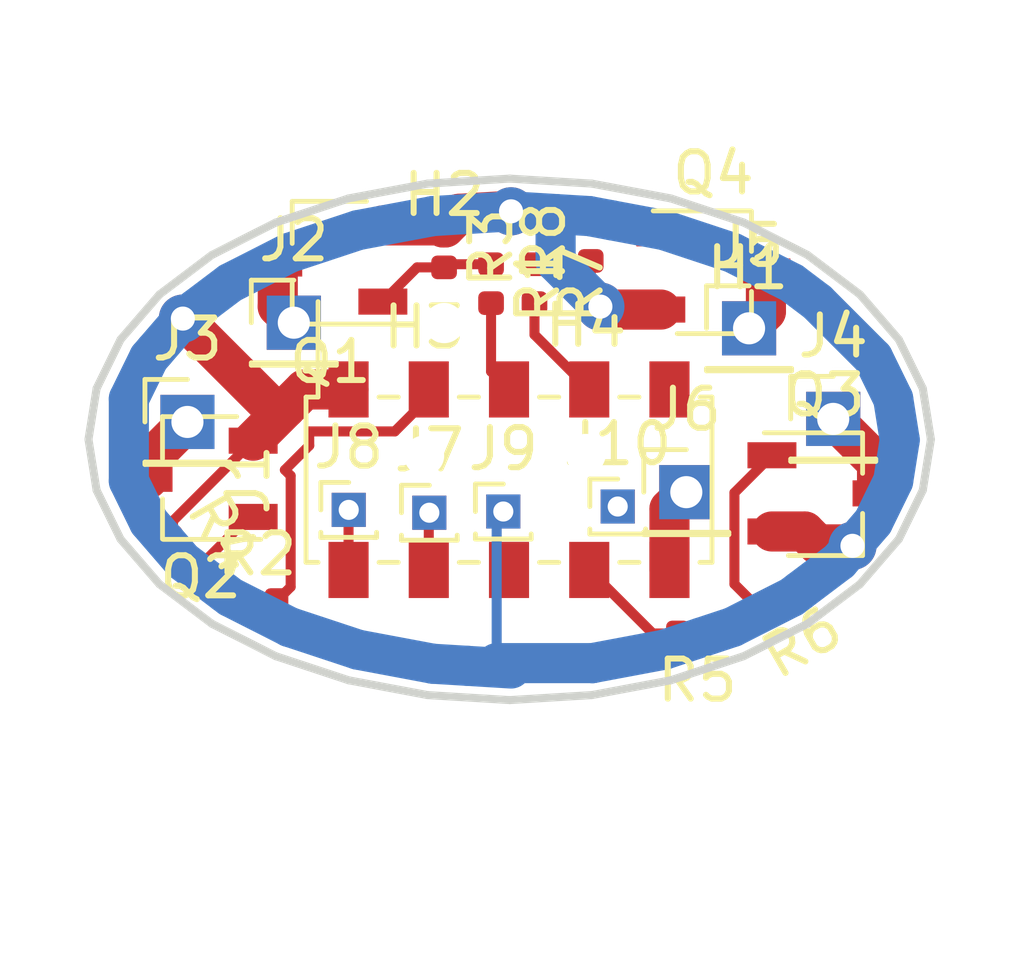
<source format=kicad_pcb>
(kicad_pcb (version 20171130) (host pcbnew 5.1.9-73d0e3b20d~88~ubuntu18.04.1)

  (general
    (thickness 1.6)
    (drawings 32)
    (tracks 123)
    (zones 0)
    (modules 26)
    (nets 19)
  )

  (page A4)
  (layers
    (0 F.Cu signal)
    (31 B.Cu signal)
    (32 B.Adhes user)
    (33 F.Adhes user)
    (34 B.Paste user)
    (35 F.Paste user)
    (36 B.SilkS user)
    (37 F.SilkS user)
    (38 B.Mask user)
    (39 F.Mask user)
    (40 Dwgs.User user)
    (41 Cmts.User user)
    (42 Eco1.User user)
    (43 Eco2.User user)
    (44 Edge.Cuts user)
    (45 Margin user)
    (46 B.CrtYd user)
    (47 F.CrtYd user)
    (48 B.Fab user)
    (49 F.Fab user)
  )

  (setup
    (last_trace_width 0.25)
    (user_trace_width 0.4)
    (user_trace_width 0.8)
    (user_trace_width 1)
    (user_trace_width 2)
    (trace_clearance 0.2)
    (zone_clearance 0.508)
    (zone_45_only no)
    (trace_min 0.2)
    (via_size 0.8)
    (via_drill 0.4)
    (via_min_size 0.4)
    (via_min_drill 0.3)
    (user_via 1 0.5)
    (user_via 1.2 0.6)
    (user_via 1.5 0.75)
    (uvia_size 0.3)
    (uvia_drill 0.1)
    (uvias_allowed no)
    (uvia_min_size 0.2)
    (uvia_min_drill 0.1)
    (edge_width 0.05)
    (segment_width 0.2)
    (pcb_text_width 0.3)
    (pcb_text_size 1.5 1.5)
    (mod_edge_width 0.12)
    (mod_text_size 1 1)
    (mod_text_width 0.15)
    (pad_size 1 1)
    (pad_drill 1)
    (pad_to_mask_clearance 0.05)
    (aux_axis_origin 0 0)
    (visible_elements FFFFFF7F)
    (pcbplotparams
      (layerselection 0x010fc_ffffffff)
      (usegerberextensions false)
      (usegerberattributes true)
      (usegerberadvancedattributes true)
      (creategerberjobfile true)
      (excludeedgelayer true)
      (linewidth 0.100000)
      (plotframeref false)
      (viasonmask false)
      (mode 1)
      (useauxorigin false)
      (hpglpennumber 1)
      (hpglpenspeed 20)
      (hpglpendiameter 15.000000)
      (psnegative false)
      (psa4output false)
      (plotreference true)
      (plotvalue true)
      (plotinvisibletext false)
      (padsonsilk false)
      (subtractmaskfromsilk false)
      (outputformat 1)
      (mirror false)
      (drillshape 1)
      (scaleselection 1)
      (outputdirectory ""))
  )

  (net 0 "")
  (net 1 GND)
  (net 2 "Net-(Q1-Pad1)")
  (net 3 "Net-(Q2-Pad1)")
  (net 4 "Net-(Q3-Pad1)")
  (net 5 "Net-(Q4-Pad1)")
  (net 6 /SDA)
  (net 7 /SCL)
  (net 8 +3V3)
  (net 9 "Net-(J1-Pad8)")
  (net 10 "Net-(J1-Pad7)")
  (net 11 "Net-(J1-Pad6)")
  (net 12 "Net-(J1-Pad5)")
  (net 13 /+12V)
  (net 14 "Net-(J1-Pad3)")
  (net 15 "Net-(J2-Pad1)")
  (net 16 "Net-(J3-Pad1)")
  (net 17 "Net-(J4-Pad1)")
  (net 18 "Net-(J5-Pad1)")

  (net_class Default "This is the default net class."
    (clearance 0.2)
    (trace_width 0.25)
    (via_dia 0.8)
    (via_drill 0.4)
    (uvia_dia 0.3)
    (uvia_drill 0.1)
    (add_net +3V3)
    (add_net /+12V)
    (add_net /SCL)
    (add_net /SDA)
    (add_net GND)
    (add_net "Net-(J1-Pad3)")
    (add_net "Net-(J1-Pad5)")
    (add_net "Net-(J1-Pad6)")
    (add_net "Net-(J1-Pad7)")
    (add_net "Net-(J1-Pad8)")
    (add_net "Net-(J2-Pad1)")
    (add_net "Net-(J3-Pad1)")
    (add_net "Net-(J4-Pad1)")
    (add_net "Net-(J5-Pad1)")
    (add_net "Net-(Q1-Pad1)")
    (add_net "Net-(Q2-Pad1)")
    (add_net "Net-(Q3-Pad1)")
    (add_net "Net-(Q4-Pad1)")
  )

  (module MountingHole:MountingHole_2mm (layer F.Cu) (tedit 60674D7F) (tstamp 6067AD10)
    (at 157.2895 107.45978)
    (descr "Mounting Hole 2mm, no annular")
    (tags "mounting hole 2mm no annular")
    (path /60676DD5)
    (attr virtual)
    (fp_text reference H4 (at 0 -3.2) (layer F.SilkS)
      (effects (font (size 1 1) (thickness 0.15)))
    )
    (fp_text value MountingHole (at 0 3.1) (layer F.Fab)
      (effects (font (size 1 1) (thickness 0.15)))
    )
    (fp_text user %R (at 0.3 0) (layer F.Fab)
      (effects (font (size 1 1) (thickness 0.15)))
    )
    (fp_circle (center 0 0) (end 2 0) (layer Cmts.User) (width 0.15))
    (fp_circle (center 0 0) (end 2.25 0) (layer F.CrtYd) (width 0.05))
    (pad "" np_thru_hole circle (at 0 0) (size 1 1) (drill 1) (layers *.Cu *.Mask))
  )

  (module MountingHole:MountingHole_2mm (layer F.Cu) (tedit 60674D75) (tstamp 6067AD08)
    (at 153.25852 107.50042)
    (descr "Mounting Hole 2mm, no annular")
    (tags "mounting hole 2mm no annular")
    (path /6067608C)
    (attr virtual)
    (fp_text reference H3 (at 0 -3.2) (layer F.SilkS)
      (effects (font (size 1 1) (thickness 0.15)))
    )
    (fp_text value MountingHole (at 0 3.1) (layer F.Fab)
      (effects (font (size 1 1) (thickness 0.15)))
    )
    (fp_text user %R (at 0.3 0) (layer F.Fab)
      (effects (font (size 1 1) (thickness 0.15)))
    )
    (fp_circle (center 0 0) (end 2 0) (layer Cmts.User) (width 0.15))
    (fp_circle (center 0 0) (end 2.25 0) (layer F.CrtYd) (width 0.05))
    (pad "" np_thru_hole circle (at 0 0) (size 1 1) (drill 1) (layers *.Cu *.Mask))
  )

  (module MountingHole:MountingHole_2mm (layer F.Cu) (tedit 60674D94) (tstamp 6067AD00)
    (at 153.7589 104.19842)
    (descr "Mounting Hole 2mm, no annular")
    (tags "mounting hole 2mm no annular")
    (path /6067667B)
    (attr virtual)
    (fp_text reference H2 (at 0 -3.2) (layer F.SilkS)
      (effects (font (size 1 1) (thickness 0.15)))
    )
    (fp_text value MountingHole (at 0 3.1) (layer F.Fab)
      (effects (font (size 1 1) (thickness 0.15)))
    )
    (fp_text user %R (at 0.3 0) (layer F.Fab)
      (effects (font (size 1 1) (thickness 0.15)))
    )
    (fp_circle (center 0 0) (end 2 0) (layer Cmts.User) (width 0.15))
    (fp_circle (center 0 0) (end 2.25 0) (layer F.CrtYd) (width 0.05))
    (pad "" np_thru_hole circle (at 0 0) (size 1 1) (drill 1) (layers *.Cu *.Mask))
  )

  (module MountingHole:MountingHole_2mm (layer F.Cu) (tedit 60674D4F) (tstamp 6067ACF8)
    (at 161.32556 106.02468)
    (descr "Mounting Hole 2mm, no annular")
    (tags "mounting hole 2mm no annular")
    (path /60675DAA)
    (attr virtual)
    (fp_text reference H1 (at 0 -3.2) (layer F.SilkS)
      (effects (font (size 1 1) (thickness 0.15)))
    )
    (fp_text value MountingHole (at 0 3.1) (layer F.Fab)
      (effects (font (size 1 1) (thickness 0.15)))
    )
    (fp_text user %R (at 0.3 0) (layer F.Fab)
      (effects (font (size 1 1) (thickness 0.15)))
    )
    (fp_circle (center 0 0) (end 2 0) (layer Cmts.User) (width 0.15))
    (fp_circle (center 0 0) (end 2.25 0) (layer F.CrtYd) (width 0.05))
    (pad "" np_thru_hole circle (at 0 0) (size 1 1) (drill 1) (layers *.Cu *.Mask))
  )

  (module Connector_PinHeader_1.00mm:PinHeader_1x01_P1.00mm_Vertical (layer F.Cu) (tedit 59FED738) (tstamp 6067942C)
    (at 158.08452 108.77042)
    (descr "Through hole straight pin header, 1x01, 1.00mm pitch, single row")
    (tags "Through hole pin header THT 1x01 1.00mm single row")
    (path /606A2E97)
    (fp_text reference J10 (at 0 -1.56) (layer F.SilkS)
      (effects (font (size 1 1) (thickness 0.15)))
    )
    (fp_text value Conn_01x01 (at 0 1.56) (layer F.Fab)
      (effects (font (size 1 1) (thickness 0.15)))
    )
    (fp_line (start 1.15 -1) (end -1.15 -1) (layer F.CrtYd) (width 0.05))
    (fp_line (start 1.15 1) (end 1.15 -1) (layer F.CrtYd) (width 0.05))
    (fp_line (start -1.15 1) (end 1.15 1) (layer F.CrtYd) (width 0.05))
    (fp_line (start -1.15 -1) (end -1.15 1) (layer F.CrtYd) (width 0.05))
    (fp_line (start -0.695 -0.685) (end 0 -0.685) (layer F.SilkS) (width 0.12))
    (fp_line (start -0.695 0) (end -0.695 -0.685) (layer F.SilkS) (width 0.12))
    (fp_line (start 0.608276 0.685) (end 0.695 0.685) (layer F.SilkS) (width 0.12))
    (fp_line (start -0.695 0.685) (end -0.608276 0.685) (layer F.SilkS) (width 0.12))
    (fp_line (start 0.695 0.685) (end 0.695 0.56) (layer F.SilkS) (width 0.12))
    (fp_line (start -0.695 0.685) (end -0.695 0.56) (layer F.SilkS) (width 0.12))
    (fp_line (start -0.695 0.685) (end 0.695 0.685) (layer F.SilkS) (width 0.12))
    (fp_line (start -0.635 -0.1825) (end -0.3175 -0.5) (layer F.Fab) (width 0.1))
    (fp_line (start -0.635 0.5) (end -0.635 -0.1825) (layer F.Fab) (width 0.1))
    (fp_line (start 0.635 0.5) (end -0.635 0.5) (layer F.Fab) (width 0.1))
    (fp_line (start 0.635 -0.5) (end 0.635 0.5) (layer F.Fab) (width 0.1))
    (fp_line (start -0.3175 -0.5) (end 0.635 -0.5) (layer F.Fab) (width 0.1))
    (fp_text user %R (at 0 0 90) (layer F.Fab)
      (effects (font (size 0.76 0.76) (thickness 0.114)))
    )
    (pad 1 thru_hole rect (at 0 0) (size 0.85 0.85) (drill 0.5) (layers *.Cu *.Mask)
      (net 8 +3V3))
    (model ${KISYS3DMOD}/Connector_PinHeader_1.00mm.3dshapes/PinHeader_1x01_P1.00mm_Vertical.wrl
      (at (xyz 0 0 0))
      (scale (xyz 1 1 1))
      (rotate (xyz 0 0 0))
    )
  )

  (module Connector_PinHeader_1.00mm:PinHeader_1x01_P1.00mm_Vertical (layer F.Cu) (tedit 59FED738) (tstamp 60679416)
    (at 155.2321 108.89488)
    (descr "Through hole straight pin header, 1x01, 1.00mm pitch, single row")
    (tags "Through hole pin header THT 1x01 1.00mm single row")
    (path /606A39C0)
    (fp_text reference J9 (at 0 -1.56) (layer F.SilkS)
      (effects (font (size 1 1) (thickness 0.15)))
    )
    (fp_text value Conn_01x01 (at 0 1.56) (layer F.Fab)
      (effects (font (size 1 1) (thickness 0.15)))
    )
    (fp_line (start 1.15 -1) (end -1.15 -1) (layer F.CrtYd) (width 0.05))
    (fp_line (start 1.15 1) (end 1.15 -1) (layer F.CrtYd) (width 0.05))
    (fp_line (start -1.15 1) (end 1.15 1) (layer F.CrtYd) (width 0.05))
    (fp_line (start -1.15 -1) (end -1.15 1) (layer F.CrtYd) (width 0.05))
    (fp_line (start -0.695 -0.685) (end 0 -0.685) (layer F.SilkS) (width 0.12))
    (fp_line (start -0.695 0) (end -0.695 -0.685) (layer F.SilkS) (width 0.12))
    (fp_line (start 0.608276 0.685) (end 0.695 0.685) (layer F.SilkS) (width 0.12))
    (fp_line (start -0.695 0.685) (end -0.608276 0.685) (layer F.SilkS) (width 0.12))
    (fp_line (start 0.695 0.685) (end 0.695 0.56) (layer F.SilkS) (width 0.12))
    (fp_line (start -0.695 0.685) (end -0.695 0.56) (layer F.SilkS) (width 0.12))
    (fp_line (start -0.695 0.685) (end 0.695 0.685) (layer F.SilkS) (width 0.12))
    (fp_line (start -0.635 -0.1825) (end -0.3175 -0.5) (layer F.Fab) (width 0.1))
    (fp_line (start -0.635 0.5) (end -0.635 -0.1825) (layer F.Fab) (width 0.1))
    (fp_line (start 0.635 0.5) (end -0.635 0.5) (layer F.Fab) (width 0.1))
    (fp_line (start 0.635 -0.5) (end 0.635 0.5) (layer F.Fab) (width 0.1))
    (fp_line (start -0.3175 -0.5) (end 0.635 -0.5) (layer F.Fab) (width 0.1))
    (fp_text user %R (at 0 0 90) (layer F.Fab)
      (effects (font (size 0.76 0.76) (thickness 0.114)))
    )
    (pad 1 thru_hole rect (at 0 0) (size 0.85 0.85) (drill 0.5) (layers *.Cu *.Mask)
      (net 1 GND))
    (model ${KISYS3DMOD}/Connector_PinHeader_1.00mm.3dshapes/PinHeader_1x01_P1.00mm_Vertical.wrl
      (at (xyz 0 0 0))
      (scale (xyz 1 1 1))
      (rotate (xyz 0 0 0))
    )
  )

  (module Connector_PinHeader_1.00mm:PinHeader_1x01_P1.00mm_Vertical (layer F.Cu) (tedit 59FED738) (tstamp 60679400)
    (at 151.37892 108.85424)
    (descr "Through hole straight pin header, 1x01, 1.00mm pitch, single row")
    (tags "Through hole pin header THT 1x01 1.00mm single row")
    (path /606A3297)
    (fp_text reference J8 (at 0 -1.56) (layer F.SilkS)
      (effects (font (size 1 1) (thickness 0.15)))
    )
    (fp_text value Conn_01x01 (at 0 1.56) (layer F.Fab)
      (effects (font (size 1 1) (thickness 0.15)))
    )
    (fp_line (start 1.15 -1) (end -1.15 -1) (layer F.CrtYd) (width 0.05))
    (fp_line (start 1.15 1) (end 1.15 -1) (layer F.CrtYd) (width 0.05))
    (fp_line (start -1.15 1) (end 1.15 1) (layer F.CrtYd) (width 0.05))
    (fp_line (start -1.15 -1) (end -1.15 1) (layer F.CrtYd) (width 0.05))
    (fp_line (start -0.695 -0.685) (end 0 -0.685) (layer F.SilkS) (width 0.12))
    (fp_line (start -0.695 0) (end -0.695 -0.685) (layer F.SilkS) (width 0.12))
    (fp_line (start 0.608276 0.685) (end 0.695 0.685) (layer F.SilkS) (width 0.12))
    (fp_line (start -0.695 0.685) (end -0.608276 0.685) (layer F.SilkS) (width 0.12))
    (fp_line (start 0.695 0.685) (end 0.695 0.56) (layer F.SilkS) (width 0.12))
    (fp_line (start -0.695 0.685) (end -0.695 0.56) (layer F.SilkS) (width 0.12))
    (fp_line (start -0.695 0.685) (end 0.695 0.685) (layer F.SilkS) (width 0.12))
    (fp_line (start -0.635 -0.1825) (end -0.3175 -0.5) (layer F.Fab) (width 0.1))
    (fp_line (start -0.635 0.5) (end -0.635 -0.1825) (layer F.Fab) (width 0.1))
    (fp_line (start 0.635 0.5) (end -0.635 0.5) (layer F.Fab) (width 0.1))
    (fp_line (start 0.635 -0.5) (end 0.635 0.5) (layer F.Fab) (width 0.1))
    (fp_line (start -0.3175 -0.5) (end 0.635 -0.5) (layer F.Fab) (width 0.1))
    (fp_text user %R (at 0 0 90) (layer F.Fab)
      (effects (font (size 0.76 0.76) (thickness 0.114)))
    )
    (pad 1 thru_hole rect (at 0 0) (size 0.85 0.85) (drill 0.5) (layers *.Cu *.Mask)
      (net 6 /SDA))
    (model ${KISYS3DMOD}/Connector_PinHeader_1.00mm.3dshapes/PinHeader_1x01_P1.00mm_Vertical.wrl
      (at (xyz 0 0 0))
      (scale (xyz 1 1 1))
      (rotate (xyz 0 0 0))
    )
  )

  (module Connector_PinHeader_1.00mm:PinHeader_1x01_P1.00mm_Vertical (layer F.Cu) (tedit 59FED738) (tstamp 606793EA)
    (at 153.38806 108.92536)
    (descr "Through hole straight pin header, 1x01, 1.00mm pitch, single row")
    (tags "Through hole pin header THT 1x01 1.00mm single row")
    (path /606A3657)
    (fp_text reference J7 (at 0 -1.56) (layer F.SilkS)
      (effects (font (size 1 1) (thickness 0.15)))
    )
    (fp_text value Conn_01x01 (at 0 1.56) (layer F.Fab)
      (effects (font (size 1 1) (thickness 0.15)))
    )
    (fp_line (start 1.15 -1) (end -1.15 -1) (layer F.CrtYd) (width 0.05))
    (fp_line (start 1.15 1) (end 1.15 -1) (layer F.CrtYd) (width 0.05))
    (fp_line (start -1.15 1) (end 1.15 1) (layer F.CrtYd) (width 0.05))
    (fp_line (start -1.15 -1) (end -1.15 1) (layer F.CrtYd) (width 0.05))
    (fp_line (start -0.695 -0.685) (end 0 -0.685) (layer F.SilkS) (width 0.12))
    (fp_line (start -0.695 0) (end -0.695 -0.685) (layer F.SilkS) (width 0.12))
    (fp_line (start 0.608276 0.685) (end 0.695 0.685) (layer F.SilkS) (width 0.12))
    (fp_line (start -0.695 0.685) (end -0.608276 0.685) (layer F.SilkS) (width 0.12))
    (fp_line (start 0.695 0.685) (end 0.695 0.56) (layer F.SilkS) (width 0.12))
    (fp_line (start -0.695 0.685) (end -0.695 0.56) (layer F.SilkS) (width 0.12))
    (fp_line (start -0.695 0.685) (end 0.695 0.685) (layer F.SilkS) (width 0.12))
    (fp_line (start -0.635 -0.1825) (end -0.3175 -0.5) (layer F.Fab) (width 0.1))
    (fp_line (start -0.635 0.5) (end -0.635 -0.1825) (layer F.Fab) (width 0.1))
    (fp_line (start 0.635 0.5) (end -0.635 0.5) (layer F.Fab) (width 0.1))
    (fp_line (start 0.635 -0.5) (end 0.635 0.5) (layer F.Fab) (width 0.1))
    (fp_line (start -0.3175 -0.5) (end 0.635 -0.5) (layer F.Fab) (width 0.1))
    (fp_text user %R (at 0 0 90) (layer F.Fab)
      (effects (font (size 0.76 0.76) (thickness 0.114)))
    )
    (pad 1 thru_hole rect (at 0 0) (size 0.85 0.85) (drill 0.5) (layers *.Cu *.Mask)
      (net 7 /SCL))
    (model ${KISYS3DMOD}/Connector_PinHeader_1.00mm.3dshapes/PinHeader_1x01_P1.00mm_Vertical.wrl
      (at (xyz 0 0 0))
      (scale (xyz 1 1 1))
      (rotate (xyz 0 0 0))
    )
  )

  (module Connector_PinHeader_2.00mm:PinHeader_1x01_P2.00mm_Vertical (layer F.Cu) (tedit 59FED667) (tstamp 60675D7F)
    (at 159.79394 108.41228)
    (descr "Through hole straight pin header, 1x01, 2.00mm pitch, single row")
    (tags "Through hole pin header THT 1x01 2.00mm single row")
    (path /60677AD6)
    (fp_text reference J6 (at 0 -2.06) (layer F.SilkS)
      (effects (font (size 1 1) (thickness 0.15)))
    )
    (fp_text value Conn_01x01 (at 0 2.06) (layer F.Fab)
      (effects (font (size 1 1) (thickness 0.15)))
    )
    (fp_line (start 1.5 -1.5) (end -1.5 -1.5) (layer F.CrtYd) (width 0.05))
    (fp_line (start 1.5 1.5) (end 1.5 -1.5) (layer F.CrtYd) (width 0.05))
    (fp_line (start -1.5 1.5) (end 1.5 1.5) (layer F.CrtYd) (width 0.05))
    (fp_line (start -1.5 -1.5) (end -1.5 1.5) (layer F.CrtYd) (width 0.05))
    (fp_line (start -1.06 -1.06) (end 0 -1.06) (layer F.SilkS) (width 0.12))
    (fp_line (start -1.06 0) (end -1.06 -1.06) (layer F.SilkS) (width 0.12))
    (fp_line (start -1.06 1) (end 1.06 1) (layer F.SilkS) (width 0.12))
    (fp_line (start 1.06 1) (end 1.06 1.06) (layer F.SilkS) (width 0.12))
    (fp_line (start -1.06 1) (end -1.06 1.06) (layer F.SilkS) (width 0.12))
    (fp_line (start -1.06 1.06) (end 1.06 1.06) (layer F.SilkS) (width 0.12))
    (fp_line (start -1 -0.5) (end -0.5 -1) (layer F.Fab) (width 0.1))
    (fp_line (start -1 1) (end -1 -0.5) (layer F.Fab) (width 0.1))
    (fp_line (start 1 1) (end -1 1) (layer F.Fab) (width 0.1))
    (fp_line (start 1 -1) (end 1 1) (layer F.Fab) (width 0.1))
    (fp_line (start -0.5 -1) (end 1 -1) (layer F.Fab) (width 0.1))
    (fp_text user %R (at 0 0 90) (layer F.Fab)
      (effects (font (size 1 1) (thickness 0.15)))
    )
    (pad 1 thru_hole rect (at 0 0) (size 1.35 1.35) (drill 0.8) (layers *.Cu *.Mask)
      (net 13 /+12V))
    (model ${KISYS3DMOD}/Connector_PinHeader_2.00mm.3dshapes/PinHeader_1x01_P2.00mm_Vertical.wrl
      (at (xyz 0 0 0))
      (scale (xyz 1 1 1))
      (rotate (xyz 0 0 0))
    )
  )

  (module Connector_PinHeader_2.00mm:PinHeader_1x01_P2.00mm_Vertical (layer F.Cu) (tedit 59FED667) (tstamp 60675D6A)
    (at 161.35858 104.32796)
    (descr "Through hole straight pin header, 1x01, 2.00mm pitch, single row")
    (tags "Through hole pin header THT 1x01 2.00mm single row")
    (path /60678DD4)
    (fp_text reference J5 (at 0 -2.06) (layer F.SilkS)
      (effects (font (size 1 1) (thickness 0.15)))
    )
    (fp_text value Conn_01x01 (at 0 2.06) (layer F.Fab)
      (effects (font (size 1 1) (thickness 0.15)))
    )
    (fp_line (start 1.5 -1.5) (end -1.5 -1.5) (layer F.CrtYd) (width 0.05))
    (fp_line (start 1.5 1.5) (end 1.5 -1.5) (layer F.CrtYd) (width 0.05))
    (fp_line (start -1.5 1.5) (end 1.5 1.5) (layer F.CrtYd) (width 0.05))
    (fp_line (start -1.5 -1.5) (end -1.5 1.5) (layer F.CrtYd) (width 0.05))
    (fp_line (start -1.06 -1.06) (end 0 -1.06) (layer F.SilkS) (width 0.12))
    (fp_line (start -1.06 0) (end -1.06 -1.06) (layer F.SilkS) (width 0.12))
    (fp_line (start -1.06 1) (end 1.06 1) (layer F.SilkS) (width 0.12))
    (fp_line (start 1.06 1) (end 1.06 1.06) (layer F.SilkS) (width 0.12))
    (fp_line (start -1.06 1) (end -1.06 1.06) (layer F.SilkS) (width 0.12))
    (fp_line (start -1.06 1.06) (end 1.06 1.06) (layer F.SilkS) (width 0.12))
    (fp_line (start -1 -0.5) (end -0.5 -1) (layer F.Fab) (width 0.1))
    (fp_line (start -1 1) (end -1 -0.5) (layer F.Fab) (width 0.1))
    (fp_line (start 1 1) (end -1 1) (layer F.Fab) (width 0.1))
    (fp_line (start 1 -1) (end 1 1) (layer F.Fab) (width 0.1))
    (fp_line (start -0.5 -1) (end 1 -1) (layer F.Fab) (width 0.1))
    (fp_text user %R (at 0 0 90) (layer F.Fab)
      (effects (font (size 1 1) (thickness 0.15)))
    )
    (pad 1 thru_hole rect (at 0 0) (size 1.35 1.35) (drill 0.8) (layers *.Cu *.Mask)
      (net 18 "Net-(J5-Pad1)"))
    (model ${KISYS3DMOD}/Connector_PinHeader_2.00mm.3dshapes/PinHeader_1x01_P2.00mm_Vertical.wrl
      (at (xyz 0 0 0))
      (scale (xyz 1 1 1))
      (rotate (xyz 0 0 0))
    )
  )

  (module Connector_PinHeader_2.00mm:PinHeader_1x01_P2.00mm_Vertical (layer F.Cu) (tedit 59FED667) (tstamp 60675D55)
    (at 163.45662 106.58602)
    (descr "Through hole straight pin header, 1x01, 2.00mm pitch, single row")
    (tags "Through hole pin header THT 1x01 2.00mm single row")
    (path /60677ECD)
    (fp_text reference J4 (at 0 -2.06) (layer F.SilkS)
      (effects (font (size 1 1) (thickness 0.15)))
    )
    (fp_text value Conn_01x01 (at 0 2.06) (layer F.Fab)
      (effects (font (size 1 1) (thickness 0.15)))
    )
    (fp_line (start 1.5 -1.5) (end -1.5 -1.5) (layer F.CrtYd) (width 0.05))
    (fp_line (start 1.5 1.5) (end 1.5 -1.5) (layer F.CrtYd) (width 0.05))
    (fp_line (start -1.5 1.5) (end 1.5 1.5) (layer F.CrtYd) (width 0.05))
    (fp_line (start -1.5 -1.5) (end -1.5 1.5) (layer F.CrtYd) (width 0.05))
    (fp_line (start -1.06 -1.06) (end 0 -1.06) (layer F.SilkS) (width 0.12))
    (fp_line (start -1.06 0) (end -1.06 -1.06) (layer F.SilkS) (width 0.12))
    (fp_line (start -1.06 1) (end 1.06 1) (layer F.SilkS) (width 0.12))
    (fp_line (start 1.06 1) (end 1.06 1.06) (layer F.SilkS) (width 0.12))
    (fp_line (start -1.06 1) (end -1.06 1.06) (layer F.SilkS) (width 0.12))
    (fp_line (start -1.06 1.06) (end 1.06 1.06) (layer F.SilkS) (width 0.12))
    (fp_line (start -1 -0.5) (end -0.5 -1) (layer F.Fab) (width 0.1))
    (fp_line (start -1 1) (end -1 -0.5) (layer F.Fab) (width 0.1))
    (fp_line (start 1 1) (end -1 1) (layer F.Fab) (width 0.1))
    (fp_line (start 1 -1) (end 1 1) (layer F.Fab) (width 0.1))
    (fp_line (start -0.5 -1) (end 1 -1) (layer F.Fab) (width 0.1))
    (fp_text user %R (at 0 0 90) (layer F.Fab)
      (effects (font (size 1 1) (thickness 0.15)))
    )
    (pad 1 thru_hole rect (at 0 0) (size 1.35 1.35) (drill 0.8) (layers *.Cu *.Mask)
      (net 17 "Net-(J4-Pad1)"))
    (model ${KISYS3DMOD}/Connector_PinHeader_2.00mm.3dshapes/PinHeader_1x01_P2.00mm_Vertical.wrl
      (at (xyz 0 0 0))
      (scale (xyz 1 1 1))
      (rotate (xyz 0 0 0))
    )
  )

  (module Connector_PinHeader_2.00mm:PinHeader_1x01_P2.00mm_Vertical (layer F.Cu) (tedit 59FED667) (tstamp 60675D40)
    (at 147.3581 106.66222)
    (descr "Through hole straight pin header, 1x01, 2.00mm pitch, single row")
    (tags "Through hole pin header THT 1x01 2.00mm single row")
    (path /606791C9)
    (fp_text reference J3 (at 0 -2.06) (layer F.SilkS)
      (effects (font (size 1 1) (thickness 0.15)))
    )
    (fp_text value Conn_01x01 (at 0 2.06) (layer F.Fab)
      (effects (font (size 1 1) (thickness 0.15)))
    )
    (fp_line (start 1.5 -1.5) (end -1.5 -1.5) (layer F.CrtYd) (width 0.05))
    (fp_line (start 1.5 1.5) (end 1.5 -1.5) (layer F.CrtYd) (width 0.05))
    (fp_line (start -1.5 1.5) (end 1.5 1.5) (layer F.CrtYd) (width 0.05))
    (fp_line (start -1.5 -1.5) (end -1.5 1.5) (layer F.CrtYd) (width 0.05))
    (fp_line (start -1.06 -1.06) (end 0 -1.06) (layer F.SilkS) (width 0.12))
    (fp_line (start -1.06 0) (end -1.06 -1.06) (layer F.SilkS) (width 0.12))
    (fp_line (start -1.06 1) (end 1.06 1) (layer F.SilkS) (width 0.12))
    (fp_line (start 1.06 1) (end 1.06 1.06) (layer F.SilkS) (width 0.12))
    (fp_line (start -1.06 1) (end -1.06 1.06) (layer F.SilkS) (width 0.12))
    (fp_line (start -1.06 1.06) (end 1.06 1.06) (layer F.SilkS) (width 0.12))
    (fp_line (start -1 -0.5) (end -0.5 -1) (layer F.Fab) (width 0.1))
    (fp_line (start -1 1) (end -1 -0.5) (layer F.Fab) (width 0.1))
    (fp_line (start 1 1) (end -1 1) (layer F.Fab) (width 0.1))
    (fp_line (start 1 -1) (end 1 1) (layer F.Fab) (width 0.1))
    (fp_line (start -0.5 -1) (end 1 -1) (layer F.Fab) (width 0.1))
    (fp_text user %R (at 0 0 90) (layer F.Fab)
      (effects (font (size 1 1) (thickness 0.15)))
    )
    (pad 1 thru_hole rect (at 0 0) (size 1.35 1.35) (drill 0.8) (layers *.Cu *.Mask)
      (net 16 "Net-(J3-Pad1)"))
    (model ${KISYS3DMOD}/Connector_PinHeader_2.00mm.3dshapes/PinHeader_1x01_P2.00mm_Vertical.wrl
      (at (xyz 0 0 0))
      (scale (xyz 1 1 1))
      (rotate (xyz 0 0 0))
    )
  )

  (module Connector_PinHeader_2.00mm:PinHeader_1x01_P2.00mm_Vertical (layer F.Cu) (tedit 59FED667) (tstamp 60675D2B)
    (at 150.00986 104.18826)
    (descr "Through hole straight pin header, 1x01, 2.00mm pitch, single row")
    (tags "Through hole pin header THT 1x01 2.00mm single row")
    (path /6067975F)
    (fp_text reference J2 (at 0 -2.06) (layer F.SilkS)
      (effects (font (size 1 1) (thickness 0.15)))
    )
    (fp_text value Conn_01x01 (at 0 2.06) (layer F.Fab)
      (effects (font (size 1 1) (thickness 0.15)))
    )
    (fp_line (start 1.5 -1.5) (end -1.5 -1.5) (layer F.CrtYd) (width 0.05))
    (fp_line (start 1.5 1.5) (end 1.5 -1.5) (layer F.CrtYd) (width 0.05))
    (fp_line (start -1.5 1.5) (end 1.5 1.5) (layer F.CrtYd) (width 0.05))
    (fp_line (start -1.5 -1.5) (end -1.5 1.5) (layer F.CrtYd) (width 0.05))
    (fp_line (start -1.06 -1.06) (end 0 -1.06) (layer F.SilkS) (width 0.12))
    (fp_line (start -1.06 0) (end -1.06 -1.06) (layer F.SilkS) (width 0.12))
    (fp_line (start -1.06 1) (end 1.06 1) (layer F.SilkS) (width 0.12))
    (fp_line (start 1.06 1) (end 1.06 1.06) (layer F.SilkS) (width 0.12))
    (fp_line (start -1.06 1) (end -1.06 1.06) (layer F.SilkS) (width 0.12))
    (fp_line (start -1.06 1.06) (end 1.06 1.06) (layer F.SilkS) (width 0.12))
    (fp_line (start -1 -0.5) (end -0.5 -1) (layer F.Fab) (width 0.1))
    (fp_line (start -1 1) (end -1 -0.5) (layer F.Fab) (width 0.1))
    (fp_line (start 1 1) (end -1 1) (layer F.Fab) (width 0.1))
    (fp_line (start 1 -1) (end 1 1) (layer F.Fab) (width 0.1))
    (fp_line (start -0.5 -1) (end 1 -1) (layer F.Fab) (width 0.1))
    (fp_text user %R (at 0 0 90) (layer F.Fab)
      (effects (font (size 1 1) (thickness 0.15)))
    )
    (pad 1 thru_hole rect (at 0 0) (size 1.35 1.35) (drill 0.8) (layers *.Cu *.Mask)
      (net 15 "Net-(J2-Pad1)"))
    (model ${KISYS3DMOD}/Connector_PinHeader_2.00mm.3dshapes/PinHeader_1x01_P2.00mm_Vertical.wrl
      (at (xyz 0 0 0))
      (scale (xyz 1 1 1))
      (rotate (xyz 0 0 0))
    )
  )

  (module molex_791091004:PinSocket_2x05_P2.00mm_Vertical_SMD (layer F.Cu) (tedit 60671C55) (tstamp 6066E883)
    (at 155.37434 108.10196 90)
    (descr "surface-mounted straight socket strip, 2x05, 2.00mm pitch, double cols (from Kicad 4.0.7), script generated")
    (tags "Surface mounted socket strip SMD 2x05 2.00mm double row")
    (path /60669BB9)
    (attr smd)
    (fp_text reference J1 (at 0 -6.5 90) (layer F.SilkS)
      (effects (font (size 1 1) (thickness 0.15)))
    )
    (fp_text value Conn_02x05_Counter_Clockwise (at 0 6.5 90) (layer F.Fab)
      (effects (font (size 1 1) (thickness 0.15)))
    )
    (fp_line (start -5 5.5) (end -5 -5.5) (layer F.CrtYd) (width 0.05))
    (fp_line (start 5 5.5) (end -5 5.5) (layer F.CrtYd) (width 0.05))
    (fp_line (start 5 -5.5) (end 5 5.5) (layer F.CrtYd) (width 0.05))
    (fp_line (start -5 -5.5) (end 5 -5.5) (layer F.CrtYd) (width 0.05))
    (fp_line (start 2.615 4.25) (end 1.615 4.25) (layer F.Fab) (width 0.1))
    (fp_line (start 2.615 3.75) (end 2.615 4.25) (layer F.Fab) (width 0.1))
    (fp_line (start 1.615 3.75) (end 2.615 3.75) (layer F.Fab) (width 0.1))
    (fp_line (start -2.615 4.25) (end -2.615 3.75) (layer F.Fab) (width 0.1))
    (fp_line (start -1.615 4.25) (end -2.615 4.25) (layer F.Fab) (width 0.1))
    (fp_line (start -2.615 3.75) (end -1.615 3.75) (layer F.Fab) (width 0.1))
    (fp_line (start 2.615 2.25) (end 1.615 2.25) (layer F.Fab) (width 0.1))
    (fp_line (start 2.615 1.75) (end 2.615 2.25) (layer F.Fab) (width 0.1))
    (fp_line (start 1.615 1.75) (end 2.615 1.75) (layer F.Fab) (width 0.1))
    (fp_line (start -2.615 2.25) (end -2.615 1.75) (layer F.Fab) (width 0.1))
    (fp_line (start -1.615 2.25) (end -2.615 2.25) (layer F.Fab) (width 0.1))
    (fp_line (start -2.615 1.75) (end -1.615 1.75) (layer F.Fab) (width 0.1))
    (fp_line (start 2.615 0.25) (end 1.615 0.25) (layer F.Fab) (width 0.1))
    (fp_line (start 2.615 -0.25) (end 2.615 0.25) (layer F.Fab) (width 0.1))
    (fp_line (start 1.615 -0.25) (end 2.615 -0.25) (layer F.Fab) (width 0.1))
    (fp_line (start -2.615 0.25) (end -2.615 -0.25) (layer F.Fab) (width 0.1))
    (fp_line (start -1.615 0.25) (end -2.615 0.25) (layer F.Fab) (width 0.1))
    (fp_line (start -2.615 -0.25) (end -1.615 -0.25) (layer F.Fab) (width 0.1))
    (fp_line (start 2.615 -1.75) (end 1.615 -1.75) (layer F.Fab) (width 0.1))
    (fp_line (start 2.615 -2.25) (end 2.615 -1.75) (layer F.Fab) (width 0.1))
    (fp_line (start 1.615 -2.25) (end 2.615 -2.25) (layer F.Fab) (width 0.1))
    (fp_line (start -2.615 -1.75) (end -2.615 -2.25) (layer F.Fab) (width 0.1))
    (fp_line (start -1.615 -1.75) (end -2.615 -1.75) (layer F.Fab) (width 0.1))
    (fp_line (start -2.615 -2.25) (end -1.615 -2.25) (layer F.Fab) (width 0.1))
    (fp_line (start 2.615 -3.75) (end 1.615 -3.75) (layer F.Fab) (width 0.1))
    (fp_line (start 2.615 -4.25) (end 2.615 -3.75) (layer F.Fab) (width 0.1))
    (fp_line (start 1.615 -4.25) (end 2.615 -4.25) (layer F.Fab) (width 0.1))
    (fp_line (start -2.615 -3.75) (end -2.615 -4.25) (layer F.Fab) (width 0.1))
    (fp_line (start -1.615 -3.75) (end -2.615 -3.75) (layer F.Fab) (width 0.1))
    (fp_line (start -2.615 -4.25) (end -1.615 -4.25) (layer F.Fab) (width 0.1))
    (fp_line (start -2 5) (end -2 -5) (layer F.Fab) (width 0.1))
    (fp_line (start 2 5) (end -2 5) (layer F.Fab) (width 0.1))
    (fp_line (start 2 -4) (end 2 5) (layer F.Fab) (width 0.1))
    (fp_line (start 1 -5) (end 2 -4) (layer F.Fab) (width 0.1))
    (fp_line (start -2 -5) (end 1 -5) (layer F.Fab) (width 0.1))
    (fp_line (start 2.06 -4.76) (end 4.44 -4.76) (layer F.SilkS) (width 0.12))
    (fp_line (start -2.06 4.76) (end -2.06 5.06) (layer F.SilkS) (width 0.12))
    (fp_line (start -2.06 2.76) (end -2.06 3.24) (layer F.SilkS) (width 0.12))
    (fp_line (start -2.06 0.76) (end -2.06 1.24) (layer F.SilkS) (width 0.12))
    (fp_line (start -2.06 -1.24) (end -2.06 -0.76) (layer F.SilkS) (width 0.12))
    (fp_line (start -2.06 -3.24) (end -2.06 -2.76) (layer F.SilkS) (width 0.12))
    (fp_line (start -2.06 -5.06) (end -2.06 -4.76) (layer F.SilkS) (width 0.12))
    (fp_line (start -2.06 5.06) (end 2.06 5.06) (layer F.SilkS) (width 0.12))
    (fp_line (start 2.06 4.76) (end 2.06 5.06) (layer F.SilkS) (width 0.12))
    (fp_line (start 2.06 2.76) (end 2.06 3.24) (layer F.SilkS) (width 0.12))
    (fp_line (start 2.06 0.76) (end 2.06 1.24) (layer F.SilkS) (width 0.12))
    (fp_line (start 2.06 -1.24) (end 2.06 -0.76) (layer F.SilkS) (width 0.12))
    (fp_line (start 2.06 -3.24) (end 2.06 -2.76) (layer F.SilkS) (width 0.12))
    (fp_line (start 2.06 -5.06) (end 2.06 -4.76) (layer F.SilkS) (width 0.12))
    (fp_line (start -2.06 -5.06) (end 2.06 -5.06) (layer F.SilkS) (width 0.12))
    (fp_text user %R (at 0 0 180) (layer F.Fab)
      (effects (font (size 1 1) (thickness 0.15)))
    )
    (pad 1 smd rect (at 2.25 -4 90) (size 1.4 1) (layers F.Cu F.Paste F.Mask)
      (net 1 GND))
    (pad 2 smd rect (at -2.25 -4 90) (size 1.4 1) (layers F.Cu F.Paste F.Mask)
      (net 6 /SDA))
    (pad 3 smd rect (at 2.25 -2 90) (size 1.4 1) (layers F.Cu F.Paste F.Mask)
      (net 14 "Net-(J1-Pad3)"))
    (pad 4 smd rect (at -2.25 -2 90) (size 1.4 1) (layers F.Cu F.Paste F.Mask)
      (net 7 /SCL))
    (pad 5 smd rect (at 2.25 0 90) (size 1.4 1) (layers F.Cu F.Paste F.Mask)
      (net 12 "Net-(J1-Pad5)"))
    (pad 6 smd rect (at -2.25 0 90) (size 1.4 1) (layers F.Cu F.Paste F.Mask)
      (net 11 "Net-(J1-Pad6)"))
    (pad 7 smd rect (at 2.25 2 90) (size 1.4 1) (layers F.Cu F.Paste F.Mask)
      (net 10 "Net-(J1-Pad7)"))
    (pad 8 smd rect (at -2.25 2 90) (size 1.4 1) (layers F.Cu F.Paste F.Mask)
      (net 9 "Net-(J1-Pad8)"))
    (pad 9 smd rect (at 2.25 4 90) (size 1.4 1) (layers F.Cu F.Paste F.Mask)
      (net 8 +3V3))
    (pad 10 smd rect (at -2.25 4 90) (size 1.4 1) (layers F.Cu F.Paste F.Mask)
      (net 13 /+12V))
    (model ${KISYS3DMOD}/Connector_PinSocket_2.00mm.3dshapes/PinSocket_2x05_P2.00mm_Vertical_SMD.wrl
      (at (xyz 0 0 0))
      (scale (xyz 1 1 1))
      (rotate (xyz 0 0 0))
    )
  )

  (module Resistor_SMD:R_0402_1005Metric (layer F.Cu) (tedit 5B301BBD) (tstamp 5FADF5E0)
    (at 154.9273 103.21558 270)
    (descr "Resistor SMD 0402 (1005 Metric), square (rectangular) end terminal, IPC_7351 nominal, (Body size source: http://www.tortai-tech.com/upload/download/2011102023233369053.pdf), generated with kicad-footprint-generator")
    (tags resistor)
    (path /5FB030E1)
    (attr smd)
    (fp_text reference R1 (at 0 -1.17 90) (layer F.SilkS)
      (effects (font (size 1 1) (thickness 0.15)))
    )
    (fp_text value 1k (at 0 1.17 90) (layer F.Fab)
      (effects (font (size 1 1) (thickness 0.15)))
    )
    (fp_line (start 0.93 0.47) (end -0.93 0.47) (layer F.CrtYd) (width 0.05))
    (fp_line (start 0.93 -0.47) (end 0.93 0.47) (layer F.CrtYd) (width 0.05))
    (fp_line (start -0.93 -0.47) (end 0.93 -0.47) (layer F.CrtYd) (width 0.05))
    (fp_line (start -0.93 0.47) (end -0.93 -0.47) (layer F.CrtYd) (width 0.05))
    (fp_line (start 0.5 0.25) (end -0.5 0.25) (layer F.Fab) (width 0.1))
    (fp_line (start 0.5 -0.25) (end 0.5 0.25) (layer F.Fab) (width 0.1))
    (fp_line (start -0.5 -0.25) (end 0.5 -0.25) (layer F.Fab) (width 0.1))
    (fp_line (start -0.5 0.25) (end -0.5 -0.25) (layer F.Fab) (width 0.1))
    (fp_text user %R (at 0 0 90) (layer F.Fab)
      (effects (font (size 0.25 0.25) (thickness 0.04)))
    )
    (pad 2 smd roundrect (at 0.485 0 270) (size 0.59 0.64) (layers F.Cu F.Paste F.Mask) (roundrect_rratio 0.25)
      (net 12 "Net-(J1-Pad5)"))
    (pad 1 smd roundrect (at -0.485 0 270) (size 0.59 0.64) (layers F.Cu F.Paste F.Mask) (roundrect_rratio 0.25)
      (net 2 "Net-(Q1-Pad1)"))
    (model ${KISYS3DMOD}/Resistor_SMD.3dshapes/R_0402_1005Metric.wrl
      (at (xyz 0 0 0))
      (scale (xyz 1 1 1))
      (rotate (xyz 0 0 0))
    )
  )

  (module Resistor_SMD:R_0402_1005Metric (layer F.Cu) (tedit 5B301BBD) (tstamp 5FADF61C)
    (at 160.07066 111.93526 180)
    (descr "Resistor SMD 0402 (1005 Metric), square (rectangular) end terminal, IPC_7351 nominal, (Body size source: http://www.tortai-tech.com/upload/download/2011102023233369053.pdf), generated with kicad-footprint-generator")
    (tags resistor)
    (path /5FAE0608)
    (attr smd)
    (fp_text reference R5 (at 0 -1.17) (layer F.SilkS)
      (effects (font (size 1 1) (thickness 0.15)))
    )
    (fp_text value 1k (at 0 1.17) (layer F.Fab)
      (effects (font (size 1 1) (thickness 0.15)))
    )
    (fp_line (start 0.93 0.47) (end -0.93 0.47) (layer F.CrtYd) (width 0.05))
    (fp_line (start 0.93 -0.47) (end 0.93 0.47) (layer F.CrtYd) (width 0.05))
    (fp_line (start -0.93 -0.47) (end 0.93 -0.47) (layer F.CrtYd) (width 0.05))
    (fp_line (start -0.93 0.47) (end -0.93 -0.47) (layer F.CrtYd) (width 0.05))
    (fp_line (start 0.5 0.25) (end -0.5 0.25) (layer F.Fab) (width 0.1))
    (fp_line (start 0.5 -0.25) (end 0.5 0.25) (layer F.Fab) (width 0.1))
    (fp_line (start -0.5 -0.25) (end 0.5 -0.25) (layer F.Fab) (width 0.1))
    (fp_line (start -0.5 0.25) (end -0.5 -0.25) (layer F.Fab) (width 0.1))
    (fp_text user %R (at 0 0) (layer F.Fab)
      (effects (font (size 0.25 0.25) (thickness 0.04)))
    )
    (pad 2 smd roundrect (at 0.485 0 180) (size 0.59 0.64) (layers F.Cu F.Paste F.Mask) (roundrect_rratio 0.25)
      (net 9 "Net-(J1-Pad8)"))
    (pad 1 smd roundrect (at -0.485 0 180) (size 0.59 0.64) (layers F.Cu F.Paste F.Mask) (roundrect_rratio 0.25)
      (net 4 "Net-(Q3-Pad1)"))
    (model ${KISYS3DMOD}/Resistor_SMD.3dshapes/R_0402_1005Metric.wrl
      (at (xyz 0 0 0))
      (scale (xyz 1 1 1))
      (rotate (xyz 0 0 0))
    )
  )

  (module Resistor_SMD:R_0402_1005Metric (layer F.Cu) (tedit 5B301BBD) (tstamp 5FADF5FE)
    (at 153.75636 102.32404 270)
    (descr "Resistor SMD 0402 (1005 Metric), square (rectangular) end terminal, IPC_7351 nominal, (Body size source: http://www.tortai-tech.com/upload/download/2011102023233369053.pdf), generated with kicad-footprint-generator")
    (tags resistor)
    (path /5FB030ED)
    (attr smd)
    (fp_text reference R3 (at 0 -1.17 90) (layer F.SilkS)
      (effects (font (size 1 1) (thickness 0.15)))
    )
    (fp_text value 10k (at 0 1.17 90) (layer F.Fab)
      (effects (font (size 1 1) (thickness 0.15)))
    )
    (fp_line (start 0.93 0.47) (end -0.93 0.47) (layer F.CrtYd) (width 0.05))
    (fp_line (start 0.93 -0.47) (end 0.93 0.47) (layer F.CrtYd) (width 0.05))
    (fp_line (start -0.93 -0.47) (end 0.93 -0.47) (layer F.CrtYd) (width 0.05))
    (fp_line (start -0.93 0.47) (end -0.93 -0.47) (layer F.CrtYd) (width 0.05))
    (fp_line (start 0.5 0.25) (end -0.5 0.25) (layer F.Fab) (width 0.1))
    (fp_line (start 0.5 -0.25) (end 0.5 0.25) (layer F.Fab) (width 0.1))
    (fp_line (start -0.5 -0.25) (end 0.5 -0.25) (layer F.Fab) (width 0.1))
    (fp_line (start -0.5 0.25) (end -0.5 -0.25) (layer F.Fab) (width 0.1))
    (fp_text user %R (at 0 0 90) (layer F.Fab)
      (effects (font (size 0.25 0.25) (thickness 0.04)))
    )
    (pad 2 smd roundrect (at 0.485 0 270) (size 0.59 0.64) (layers F.Cu F.Paste F.Mask) (roundrect_rratio 0.25)
      (net 2 "Net-(Q1-Pad1)"))
    (pad 1 smd roundrect (at -0.485 0 270) (size 0.59 0.64) (layers F.Cu F.Paste F.Mask) (roundrect_rratio 0.25)
      (net 1 GND))
    (model ${KISYS3DMOD}/Resistor_SMD.3dshapes/R_0402_1005Metric.wrl
      (at (xyz 0 0 0))
      (scale (xyz 1 1 1))
      (rotate (xyz 0 0 0))
    )
  )

  (module Package_TO_SOT_SMD:TSOT-23 (layer F.Cu) (tedit 5A02FF57) (tstamp 5FADF592)
    (at 150.91982 102.71256 180)
    (descr "3-pin TSOT23 package, http://www.analog.com.tw/pdf/All_In_One.pdf")
    (tags TSOT-23)
    (path /5FB030E7)
    (attr smd)
    (fp_text reference Q1 (at 0 -2.45) (layer F.SilkS)
      (effects (font (size 1 1) (thickness 0.15)))
    )
    (fp_text value Q_NMOS_GSD (at 0 2.5) (layer F.Fab)
      (effects (font (size 1 1) (thickness 0.15)))
    )
    (fp_line (start 2.17 1.7) (end -2.17 1.7) (layer F.CrtYd) (width 0.05))
    (fp_line (start 2.17 1.7) (end 2.17 -1.7) (layer F.CrtYd) (width 0.05))
    (fp_line (start -2.17 -1.7) (end -2.17 1.7) (layer F.CrtYd) (width 0.05))
    (fp_line (start -2.17 -1.7) (end 2.17 -1.7) (layer F.CrtYd) (width 0.05))
    (fp_line (start 0.88 -1.45) (end 0.88 1.45) (layer F.Fab) (width 0.1))
    (fp_line (start 0.88 1.45) (end -0.88 1.45) (layer F.Fab) (width 0.1))
    (fp_line (start -0.88 -1) (end -0.88 1.45) (layer F.Fab) (width 0.1))
    (fp_line (start 0.88 -1.45) (end -0.43 -1.45) (layer F.Fab) (width 0.1))
    (fp_line (start -0.88 -1) (end -0.43 -1.45) (layer F.Fab) (width 0.1))
    (fp_line (start 0.93 -1.51) (end -1.5 -1.51) (layer F.SilkS) (width 0.12))
    (fp_line (start 0.95 -1.5) (end 0.95 -0.5) (layer F.SilkS) (width 0.12))
    (fp_line (start 0.95 1.55) (end -0.9 1.55) (layer F.SilkS) (width 0.12))
    (fp_line (start 0.95 0.5) (end 0.95 1.55) (layer F.SilkS) (width 0.12))
    (fp_text user %R (at 0 0 90) (layer F.Fab)
      (effects (font (size 0.5 0.5) (thickness 0.075)))
    )
    (pad 3 smd rect (at 1.31 0 180) (size 1.22 0.65) (layers F.Cu F.Paste F.Mask)
      (net 15 "Net-(J2-Pad1)"))
    (pad 2 smd rect (at -1.31 0.95 180) (size 1.22 0.65) (layers F.Cu F.Paste F.Mask)
      (net 1 GND))
    (pad 1 smd rect (at -1.31 -0.95 180) (size 1.22 0.65) (layers F.Cu F.Paste F.Mask)
      (net 2 "Net-(Q1-Pad1)"))
    (model ${KISYS3DMOD}/Package_TO_SOT_SMD.3dshapes/TSOT-23.wrl
      (at (xyz 0 0 0))
      (scale (xyz 1 1 1))
      (rotate (xyz 0 0 0))
    )
  )

  (module Package_TO_SOT_SMD:TSOT-23 (layer F.Cu) (tedit 5A02FF57) (tstamp 5FADF5D1)
    (at 160.46894 102.9106)
    (descr "3-pin TSOT23 package, http://www.analog.com.tw/pdf/All_In_One.pdf")
    (tags TSOT-23)
    (path /5FB020B1)
    (attr smd)
    (fp_text reference Q4 (at 0 -2.45) (layer F.SilkS)
      (effects (font (size 1 1) (thickness 0.15)))
    )
    (fp_text value Q_NMOS_GSD (at 0 2.5) (layer F.Fab)
      (effects (font (size 1 1) (thickness 0.15)))
    )
    (fp_line (start 2.17 1.7) (end -2.17 1.7) (layer F.CrtYd) (width 0.05))
    (fp_line (start 2.17 1.7) (end 2.17 -1.7) (layer F.CrtYd) (width 0.05))
    (fp_line (start -2.17 -1.7) (end -2.17 1.7) (layer F.CrtYd) (width 0.05))
    (fp_line (start -2.17 -1.7) (end 2.17 -1.7) (layer F.CrtYd) (width 0.05))
    (fp_line (start 0.88 -1.45) (end 0.88 1.45) (layer F.Fab) (width 0.1))
    (fp_line (start 0.88 1.45) (end -0.88 1.45) (layer F.Fab) (width 0.1))
    (fp_line (start -0.88 -1) (end -0.88 1.45) (layer F.Fab) (width 0.1))
    (fp_line (start 0.88 -1.45) (end -0.43 -1.45) (layer F.Fab) (width 0.1))
    (fp_line (start -0.88 -1) (end -0.43 -1.45) (layer F.Fab) (width 0.1))
    (fp_line (start 0.93 -1.51) (end -1.5 -1.51) (layer F.SilkS) (width 0.12))
    (fp_line (start 0.95 -1.5) (end 0.95 -0.5) (layer F.SilkS) (width 0.12))
    (fp_line (start 0.95 1.55) (end -0.9 1.55) (layer F.SilkS) (width 0.12))
    (fp_line (start 0.95 0.5) (end 0.95 1.55) (layer F.SilkS) (width 0.12))
    (fp_text user %R (at -0.3914 -0.3706 90) (layer F.Fab)
      (effects (font (size 0.5 0.5) (thickness 0.075)))
    )
    (pad 3 smd rect (at 1.31 0) (size 1.22 0.65) (layers F.Cu F.Paste F.Mask)
      (net 18 "Net-(J5-Pad1)"))
    (pad 2 smd rect (at -1.31 0.95) (size 1.22 0.65) (layers F.Cu F.Paste F.Mask)
      (net 1 GND))
    (pad 1 smd rect (at -1.31 -0.95) (size 1.22 0.65) (layers F.Cu F.Paste F.Mask)
      (net 5 "Net-(Q4-Pad1)"))
    (model ${KISYS3DMOD}/Package_TO_SOT_SMD.3dshapes/TSOT-23.wrl
      (at (xyz 0 0 0))
      (scale (xyz 1 1 1))
      (rotate (xyz 0 0 0))
    )
  )

  (module Resistor_SMD:R_0402_1005Metric (layer F.Cu) (tedit 5B301BBD) (tstamp 5FADF60D)
    (at 147.24126 110.0201 300)
    (descr "Resistor SMD 0402 (1005 Metric), square (rectangular) end terminal, IPC_7351 nominal, (Body size source: http://www.tortai-tech.com/upload/download/2011102023233369053.pdf), generated with kicad-footprint-generator")
    (tags resistor)
    (path /5FB040C9)
    (attr smd)
    (fp_text reference R4 (at 0 -1.17 120) (layer F.SilkS)
      (effects (font (size 1 1) (thickness 0.15)))
    )
    (fp_text value 10k (at 0 1.17 120) (layer F.Fab)
      (effects (font (size 1 1) (thickness 0.15)))
    )
    (fp_line (start 0.93 0.47) (end -0.93 0.47) (layer F.CrtYd) (width 0.05))
    (fp_line (start 0.93 -0.47) (end 0.93 0.47) (layer F.CrtYd) (width 0.05))
    (fp_line (start -0.93 -0.47) (end 0.93 -0.47) (layer F.CrtYd) (width 0.05))
    (fp_line (start -0.93 0.47) (end -0.93 -0.47) (layer F.CrtYd) (width 0.05))
    (fp_line (start 0.5 0.25) (end -0.5 0.25) (layer F.Fab) (width 0.1))
    (fp_line (start 0.5 -0.25) (end 0.5 0.25) (layer F.Fab) (width 0.1))
    (fp_line (start -0.5 -0.25) (end 0.5 -0.25) (layer F.Fab) (width 0.1))
    (fp_line (start -0.5 0.25) (end -0.5 -0.25) (layer F.Fab) (width 0.1))
    (fp_text user %R (at 0 0 120) (layer F.Fab)
      (effects (font (size 0.25 0.25) (thickness 0.04)))
    )
    (pad 2 smd roundrect (at 0.485 0 300) (size 0.59 0.64) (layers F.Cu F.Paste F.Mask) (roundrect_rratio 0.25)
      (net 3 "Net-(Q2-Pad1)"))
    (pad 1 smd roundrect (at -0.485 0 300) (size 0.59 0.64) (layers F.Cu F.Paste F.Mask) (roundrect_rratio 0.25)
      (net 1 GND))
    (model ${KISYS3DMOD}/Resistor_SMD.3dshapes/R_0402_1005Metric.wrl
      (at (xyz 0 0 0))
      (scale (xyz 1 1 1))
      (rotate (xyz 0 0 0))
    )
  )

  (module Package_TO_SOT_SMD:TSOT-23 (layer F.Cu) (tedit 5A02FF57) (tstamp 5FADF5A7)
    (at 147.6864 108.07958 180)
    (descr "3-pin TSOT23 package, http://www.analog.com.tw/pdf/All_In_One.pdf")
    (tags TSOT-23)
    (path /5FB040C3)
    (attr smd)
    (fp_text reference Q2 (at 0 -2.45) (layer F.SilkS)
      (effects (font (size 1 1) (thickness 0.15)))
    )
    (fp_text value Q_NMOS_GSD (at 0 2.5 180) (layer F.Fab)
      (effects (font (size 1 1) (thickness 0.15)))
    )
    (fp_line (start 2.17 1.7) (end -2.17 1.7) (layer F.CrtYd) (width 0.05))
    (fp_line (start 2.17 1.7) (end 2.17 -1.7) (layer F.CrtYd) (width 0.05))
    (fp_line (start -2.17 -1.7) (end -2.17 1.7) (layer F.CrtYd) (width 0.05))
    (fp_line (start -2.17 -1.7) (end 2.17 -1.7) (layer F.CrtYd) (width 0.05))
    (fp_line (start 0.88 -1.45) (end 0.88 1.45) (layer F.Fab) (width 0.1))
    (fp_line (start 0.88 1.45) (end -0.88 1.45) (layer F.Fab) (width 0.1))
    (fp_line (start -0.88 -1) (end -0.88 1.45) (layer F.Fab) (width 0.1))
    (fp_line (start 0.88 -1.45) (end -0.43 -1.45) (layer F.Fab) (width 0.1))
    (fp_line (start -0.88 -1) (end -0.43 -1.45) (layer F.Fab) (width 0.1))
    (fp_line (start 0.93 -1.51) (end -1.5 -1.51) (layer F.SilkS) (width 0.12))
    (fp_line (start 0.95 -1.5) (end 0.95 -0.5) (layer F.SilkS) (width 0.12))
    (fp_line (start 0.95 1.55) (end -0.9 1.55) (layer F.SilkS) (width 0.12))
    (fp_line (start 0.95 0.5) (end 0.95 1.55) (layer F.SilkS) (width 0.12))
    (fp_text user %R (at 0 0 90) (layer F.Fab)
      (effects (font (size 0.5 0.5) (thickness 0.075)))
    )
    (pad 3 smd rect (at 1.31 0 180) (size 1.22 0.65) (layers F.Cu F.Paste F.Mask)
      (net 16 "Net-(J3-Pad1)"))
    (pad 2 smd rect (at -1.31 0.95 180) (size 1.22 0.65) (layers F.Cu F.Paste F.Mask)
      (net 1 GND))
    (pad 1 smd rect (at -1.31 -0.95 180) (size 1.22 0.65) (layers F.Cu F.Paste F.Mask)
      (net 3 "Net-(Q2-Pad1)"))
    (model ${KISYS3DMOD}/Package_TO_SOT_SMD.3dshapes/TSOT-23.wrl
      (at (xyz 0 0 0))
      (scale (xyz 1 1 1))
      (rotate (xyz 0 0 0))
    )
  )

  (module Resistor_SMD:R_0402_1005Metric (layer F.Cu) (tedit 5B301BBD) (tstamp 5FADF62B)
    (at 162.094258 111.14144 210)
    (descr "Resistor SMD 0402 (1005 Metric), square (rectangular) end terminal, IPC_7351 nominal, (Body size source: http://www.tortai-tech.com/upload/download/2011102023233369053.pdf), generated with kicad-footprint-generator")
    (tags resistor)
    (path /5FAE8C58)
    (attr smd)
    (fp_text reference R6 (at 0 -1.17 30) (layer F.SilkS)
      (effects (font (size 1 1) (thickness 0.15)))
    )
    (fp_text value 10k (at 0 1.17 30) (layer F.Fab)
      (effects (font (size 1 1) (thickness 0.15)))
    )
    (fp_line (start 0.93 0.47) (end -0.93 0.47) (layer F.CrtYd) (width 0.05))
    (fp_line (start 0.93 -0.47) (end 0.93 0.47) (layer F.CrtYd) (width 0.05))
    (fp_line (start -0.93 -0.47) (end 0.93 -0.47) (layer F.CrtYd) (width 0.05))
    (fp_line (start -0.93 0.47) (end -0.93 -0.47) (layer F.CrtYd) (width 0.05))
    (fp_line (start 0.5 0.25) (end -0.5 0.25) (layer F.Fab) (width 0.1))
    (fp_line (start 0.5 -0.25) (end 0.5 0.25) (layer F.Fab) (width 0.1))
    (fp_line (start -0.5 -0.25) (end 0.5 -0.25) (layer F.Fab) (width 0.1))
    (fp_line (start -0.5 0.25) (end -0.5 -0.25) (layer F.Fab) (width 0.1))
    (fp_text user %R (at 0 0 30) (layer F.Fab)
      (effects (font (size 0.25 0.25) (thickness 0.04)))
    )
    (pad 2 smd roundrect (at 0.485 0 210) (size 0.59 0.64) (layers F.Cu F.Paste F.Mask) (roundrect_rratio 0.25)
      (net 4 "Net-(Q3-Pad1)"))
    (pad 1 smd roundrect (at -0.485 0 210) (size 0.59 0.64) (layers F.Cu F.Paste F.Mask) (roundrect_rratio 0.25)
      (net 1 GND))
    (model ${KISYS3DMOD}/Resistor_SMD.3dshapes/R_0402_1005Metric.wrl
      (at (xyz 0 0 0))
      (scale (xyz 1 1 1))
      (rotate (xyz 0 0 0))
    )
  )

  (module Resistor_SMD:R_0402_1005Metric (layer F.Cu) (tedit 5B301BBD) (tstamp 5FADF5EF)
    (at 149.09292 111.12754)
    (descr "Resistor SMD 0402 (1005 Metric), square (rectangular) end terminal, IPC_7351 nominal, (Body size source: http://www.tortai-tech.com/upload/download/2011102023233369053.pdf), generated with kicad-footprint-generator")
    (tags resistor)
    (path /5FB040BD)
    (attr smd)
    (fp_text reference R2 (at 0 -1.17) (layer F.SilkS)
      (effects (font (size 1 1) (thickness 0.15)))
    )
    (fp_text value 1k (at 0 1.17) (layer F.Fab)
      (effects (font (size 1 1) (thickness 0.15)))
    )
    (fp_line (start 0.93 0.47) (end -0.93 0.47) (layer F.CrtYd) (width 0.05))
    (fp_line (start 0.93 -0.47) (end 0.93 0.47) (layer F.CrtYd) (width 0.05))
    (fp_line (start -0.93 -0.47) (end 0.93 -0.47) (layer F.CrtYd) (width 0.05))
    (fp_line (start -0.93 0.47) (end -0.93 -0.47) (layer F.CrtYd) (width 0.05))
    (fp_line (start 0.5 0.25) (end -0.5 0.25) (layer F.Fab) (width 0.1))
    (fp_line (start 0.5 -0.25) (end 0.5 0.25) (layer F.Fab) (width 0.1))
    (fp_line (start -0.5 -0.25) (end 0.5 -0.25) (layer F.Fab) (width 0.1))
    (fp_line (start -0.5 0.25) (end -0.5 -0.25) (layer F.Fab) (width 0.1))
    (fp_text user %R (at 0 0) (layer F.Fab)
      (effects (font (size 0.25 0.25) (thickness 0.04)))
    )
    (pad 2 smd roundrect (at 0.485 0) (size 0.59 0.64) (layers F.Cu F.Paste F.Mask) (roundrect_rratio 0.25)
      (net 14 "Net-(J1-Pad3)"))
    (pad 1 smd roundrect (at -0.485 0) (size 0.59 0.64) (layers F.Cu F.Paste F.Mask) (roundrect_rratio 0.25)
      (net 3 "Net-(Q2-Pad1)"))
    (model ${KISYS3DMOD}/Resistor_SMD.3dshapes/R_0402_1005Metric.wrl
      (at (xyz 0 0 0))
      (scale (xyz 1 1 1))
      (rotate (xyz 0 0 0))
    )
  )

  (module Package_TO_SOT_SMD:TSOT-23 (layer F.Cu) (tedit 5A02FF57) (tstamp 5FADF5BC)
    (at 163.23882 108.44276)
    (descr "3-pin TSOT23 package, http://www.analog.com.tw/pdf/All_In_One.pdf")
    (tags TSOT-23)
    (path /5FAE2394)
    (attr smd)
    (fp_text reference Q3 (at 0 -2.45) (layer F.SilkS)
      (effects (font (size 1 1) (thickness 0.15)))
    )
    (fp_text value Q_NMOS_GSD (at 0 2.5) (layer F.Fab)
      (effects (font (size 1 1) (thickness 0.15)))
    )
    (fp_line (start 2.17 1.7) (end -2.17 1.7) (layer F.CrtYd) (width 0.05))
    (fp_line (start 2.17 1.7) (end 2.17 -1.7) (layer F.CrtYd) (width 0.05))
    (fp_line (start -2.17 -1.7) (end -2.17 1.7) (layer F.CrtYd) (width 0.05))
    (fp_line (start -2.17 -1.7) (end 2.17 -1.7) (layer F.CrtYd) (width 0.05))
    (fp_line (start 0.88 -1.45) (end 0.88 1.45) (layer F.Fab) (width 0.1))
    (fp_line (start 0.88 1.45) (end -0.88 1.45) (layer F.Fab) (width 0.1))
    (fp_line (start -0.88 -1) (end -0.88 1.45) (layer F.Fab) (width 0.1))
    (fp_line (start 0.88 -1.45) (end -0.43 -1.45) (layer F.Fab) (width 0.1))
    (fp_line (start -0.88 -1) (end -0.43 -1.45) (layer F.Fab) (width 0.1))
    (fp_line (start 0.93 -1.51) (end -1.5 -1.51) (layer F.SilkS) (width 0.12))
    (fp_line (start 0.95 -1.5) (end 0.95 -0.5) (layer F.SilkS) (width 0.12))
    (fp_line (start 0.95 1.55) (end -0.9 1.55) (layer F.SilkS) (width 0.12))
    (fp_line (start 0.95 0.5) (end 0.95 1.55) (layer F.SilkS) (width 0.12))
    (fp_text user %R (at 0.2286 -0.0762 -270) (layer F.Fab)
      (effects (font (size 0.5 0.5) (thickness 0.075)))
    )
    (pad 3 smd rect (at 1.31 0) (size 1.22 0.65) (layers F.Cu F.Paste F.Mask)
      (net 17 "Net-(J4-Pad1)"))
    (pad 2 smd rect (at -1.31 0.95) (size 1.22 0.65) (layers F.Cu F.Paste F.Mask)
      (net 1 GND))
    (pad 1 smd rect (at -1.31 -0.95) (size 1.22 0.65) (layers F.Cu F.Paste F.Mask)
      (net 4 "Net-(Q3-Pad1)"))
    (model ${KISYS3DMOD}/Package_TO_SOT_SMD.3dshapes/TSOT-23.wrl
      (at (xyz 0 0 0))
      (scale (xyz 1 1 1))
      (rotate (xyz 0 0 0))
    )
  )

  (module Resistor_SMD:R_0402_1005Metric (layer F.Cu) (tedit 5B301BBD) (tstamp 5FADF649)
    (at 157.41142 102.16374 90)
    (descr "Resistor SMD 0402 (1005 Metric), square (rectangular) end terminal, IPC_7351 nominal, (Body size source: http://www.tortai-tech.com/upload/download/2011102023233369053.pdf), generated with kicad-footprint-generator")
    (tags resistor)
    (path /5FB020B7)
    (attr smd)
    (fp_text reference R8 (at 0 -1.17 270) (layer F.SilkS)
      (effects (font (size 1 1) (thickness 0.15)))
    )
    (fp_text value 10k (at 0 1.17 270) (layer F.Fab)
      (effects (font (size 1 1) (thickness 0.15)))
    )
    (fp_line (start 0.93 0.47) (end -0.93 0.47) (layer F.CrtYd) (width 0.05))
    (fp_line (start 0.93 -0.47) (end 0.93 0.47) (layer F.CrtYd) (width 0.05))
    (fp_line (start -0.93 -0.47) (end 0.93 -0.47) (layer F.CrtYd) (width 0.05))
    (fp_line (start -0.93 0.47) (end -0.93 -0.47) (layer F.CrtYd) (width 0.05))
    (fp_line (start 0.5 0.25) (end -0.5 0.25) (layer F.Fab) (width 0.1))
    (fp_line (start 0.5 -0.25) (end 0.5 0.25) (layer F.Fab) (width 0.1))
    (fp_line (start -0.5 -0.25) (end 0.5 -0.25) (layer F.Fab) (width 0.1))
    (fp_line (start -0.5 0.25) (end -0.5 -0.25) (layer F.Fab) (width 0.1))
    (fp_text user %R (at 0 0 270) (layer F.Fab)
      (effects (font (size 0.25 0.25) (thickness 0.04)))
    )
    (pad 2 smd roundrect (at 0.485 0 90) (size 0.59 0.64) (layers F.Cu F.Paste F.Mask) (roundrect_rratio 0.25)
      (net 5 "Net-(Q4-Pad1)"))
    (pad 1 smd roundrect (at -0.485 0 90) (size 0.59 0.64) (layers F.Cu F.Paste F.Mask) (roundrect_rratio 0.25)
      (net 1 GND))
    (model ${KISYS3DMOD}/Resistor_SMD.3dshapes/R_0402_1005Metric.wrl
      (at (xyz 0 0 0))
      (scale (xyz 1 1 1))
      (rotate (xyz 0 0 0))
    )
  )

  (module Resistor_SMD:R_0402_1005Metric (layer F.Cu) (tedit 5B301BBD) (tstamp 5FADF63A)
    (at 156.00934 103.21558 270)
    (descr "Resistor SMD 0402 (1005 Metric), square (rectangular) end terminal, IPC_7351 nominal, (Body size source: http://www.tortai-tech.com/upload/download/2011102023233369053.pdf), generated with kicad-footprint-generator")
    (tags resistor)
    (path /5FB020AB)
    (attr smd)
    (fp_text reference R7 (at 0 -1.17 90) (layer F.SilkS)
      (effects (font (size 1 1) (thickness 0.15)))
    )
    (fp_text value 1k (at 0 1.17 90) (layer F.Fab)
      (effects (font (size 1 1) (thickness 0.15)))
    )
    (fp_line (start 0.93 0.47) (end -0.93 0.47) (layer F.CrtYd) (width 0.05))
    (fp_line (start 0.93 -0.47) (end 0.93 0.47) (layer F.CrtYd) (width 0.05))
    (fp_line (start -0.93 -0.47) (end 0.93 -0.47) (layer F.CrtYd) (width 0.05))
    (fp_line (start -0.93 0.47) (end -0.93 -0.47) (layer F.CrtYd) (width 0.05))
    (fp_line (start 0.5 0.25) (end -0.5 0.25) (layer F.Fab) (width 0.1))
    (fp_line (start 0.5 -0.25) (end 0.5 0.25) (layer F.Fab) (width 0.1))
    (fp_line (start -0.5 -0.25) (end 0.5 -0.25) (layer F.Fab) (width 0.1))
    (fp_line (start -0.5 0.25) (end -0.5 -0.25) (layer F.Fab) (width 0.1))
    (fp_text user %R (at 0 0 90) (layer F.Fab)
      (effects (font (size 0.25 0.25) (thickness 0.04)))
    )
    (pad 2 smd roundrect (at 0.485 0 270) (size 0.59 0.64) (layers F.Cu F.Paste F.Mask) (roundrect_rratio 0.25)
      (net 10 "Net-(J1-Pad7)"))
    (pad 1 smd roundrect (at -0.485 0 270) (size 0.59 0.64) (layers F.Cu F.Paste F.Mask) (roundrect_rratio 0.25)
      (net 5 "Net-(Q4-Pad1)"))
    (model ${KISYS3DMOD}/Resistor_SMD.3dshapes/R_0402_1005Metric.wrl
      (at (xyz 0 0 0))
      (scale (xyz 1 1 1))
      (rotate (xyz 0 0 0))
    )
  )

  (gr_line (start 146.66119 110.707363) (end 147.966999 111.692351) (layer Edge.Cuts) (width 0.2))
  (gr_line (start 165.092355 104.608715) (end 164.12205 103.484951) (layer Edge.Cuts) (width 0.2))
  (gr_line (start 161.225107 101.691605) (end 159.409796 101.090941) (layer Edge.Cuts) (width 0.2))
  (gr_line (start 153.343172 113.471261) (end 155.39162 113.596157) (layer Edge.Cuts) (width 0.2))
  (gr_line (start 165.689865 108.364244) (end 165.89162 107.096157) (layer Edge.Cuts) (width 0.2))
  (gr_line (start 155.39162 100.596157) (end 153.343172 100.721053) (layer Edge.Cuts) (width 0.2))
  (gr_line (start 155.39162 113.596157) (end 157.440068 113.471261) (layer Edge.Cuts) (width 0.2))
  (gr_line (start 144.89162 107.096157) (end 145.093375 108.364244) (layer Edge.Cuts) (width 0.2))
  (gr_line (start 147.966999 102.499963) (end 146.66119 103.484951) (layer Edge.Cuts) (width 0.2))
  (gr_line (start 153.343172 100.721053) (end 151.373444 101.090941) (layer Edge.Cuts) (width 0.2))
  (gr_line (start 165.092355 109.583599) (end 165.689865 108.364244) (layer Edge.Cuts) (width 0.2))
  (gr_line (start 151.373444 113.101373) (end 153.343172 113.471261) (layer Edge.Cuts) (width 0.2))
  (gr_line (start 159.409796 113.101373) (end 161.225107 112.500709) (layer Edge.Cuts) (width 0.2))
  (gr_line (start 162.816241 102.499963) (end 161.225107 101.691605) (layer Edge.Cuts) (width 0.2))
  (gr_line (start 145.093375 108.364244) (end 145.690885 109.583599) (layer Edge.Cuts) (width 0.2))
  (gr_line (start 161.225107 112.500709) (end 162.816241 111.692351) (layer Edge.Cuts) (width 0.2))
  (gr_line (start 157.440068 113.471261) (end 159.409796 113.101373) (layer Edge.Cuts) (width 0.2))
  (gr_line (start 145.690885 104.608715) (end 145.093375 105.82807) (layer Edge.Cuts) (width 0.2))
  (gr_line (start 159.409796 101.090941) (end 157.440068 100.721053) (layer Edge.Cuts) (width 0.2))
  (gr_line (start 149.558133 112.500709) (end 151.373444 113.101373) (layer Edge.Cuts) (width 0.2))
  (gr_line (start 162.816241 111.692351) (end 164.12205 110.707363) (layer Edge.Cuts) (width 0.2))
  (gr_line (start 165.89162 107.096157) (end 165.689865 105.82807) (layer Edge.Cuts) (width 0.2))
  (gr_line (start 151.373444 101.090941) (end 149.558133 101.691605) (layer Edge.Cuts) (width 0.2))
  (gr_line (start 146.66119 103.484951) (end 145.690885 104.608715) (layer Edge.Cuts) (width 0.2))
  (gr_line (start 145.093375 105.82807) (end 144.89162 107.096157) (layer Edge.Cuts) (width 0.2))
  (gr_line (start 147.966999 111.692351) (end 149.558133 112.500709) (layer Edge.Cuts) (width 0.2))
  (gr_line (start 157.440068 100.721053) (end 155.39162 100.596157) (layer Edge.Cuts) (width 0.2))
  (gr_line (start 149.558133 101.691605) (end 147.966999 102.499963) (layer Edge.Cuts) (width 0.2))
  (gr_line (start 164.12205 103.484951) (end 162.816241 102.499963) (layer Edge.Cuts) (width 0.2))
  (gr_line (start 145.690885 109.583599) (end 146.66119 110.707363) (layer Edge.Cuts) (width 0.2))
  (gr_line (start 164.12205 110.707363) (end 165.092355 109.583599) (layer Edge.Cuts) (width 0.2))
  (gr_line (start 165.689865 105.82807) (end 165.092355 104.608715) (layer Edge.Cuts) (width 0.2))

  (segment (start 162.108267 103.034713) (end 160.949569 102.446051) (width 1) (layer B.Cu) (net 1) (tstamp 60385B2E))
  (segment (start 162.624026 110.874066) (end 163.605275 110.1339) (width 1) (layer B.Cu) (net 1) (tstamp 60385926))
  (segment (start 157.455822 112.6744) (end 157.455822 112.6744) (width 1) (layer B.Cu) (net 1) (tstamp 603857BE))
  (segment (start 147.569407 103.840767) (end 147.244055 104.086184) (width 1) (layer B.Cu) (net 1) (tstamp 603856D7))
  (segment (start 146.549327 104.890787) (end 146.396906 105.067315) (width 1) (layer B.Cu) (net 1) (tstamp 6038527C))
  (segment (start 149.899761 111.774034) (end 149.899761 111.774033) (width 1) (layer B.Cu) (net 1))
  (segment (start 151.606875 112.338895) (end 153.474769 112.689659) (width 1) (layer B.Cu) (net 1))
  (segment (start 155.067 112.6744) (end 157.455822 112.6744) (width 1) (layer B.Cu) (net 1))
  (segment (start 157.455822 112.6744) (end 159.242456 112.338896) (width 1) (layer B.Cu) (net 1))
  (segment (start 147.244055 104.086184) (end 147.244055 104.086184) (width 1) (layer B.Cu) (net 1))
  (segment (start 145.897631 106.0862) (end 145.897631 108.133883) (width 1) (layer B.Cu) (net 1))
  (segment (start 146.396905 109.152768) (end 147.244054 110.133898) (width 1) (layer B.Cu) (net 1))
  (segment (start 147.244054 110.133898) (end 148.287264 110.920804) (width 1) (layer B.Cu) (net 1))
  (segment (start 164.452425 105.067316) (end 163.059945 103.674836) (width 1) (layer B.Cu) (net 1))
  (segment (start 146.396906 105.067315) (end 145.897631 106.0862) (width 1) (layer B.Cu) (net 1))
  (segment (start 162.423931 103.195083) (end 162.108267 103.034713) (width 1) (layer B.Cu) (net 1))
  (segment (start 160.949569 102.446051) (end 159.242455 101.881189) (width 1) (layer B.Cu) (net 1))
  (segment (start 149.899761 111.774033) (end 151.606875 112.338895) (width 1) (layer B.Cu) (net 1))
  (segment (start 163.059945 103.674836) (end 162.423931 103.195083) (width 1) (layer B.Cu) (net 1))
  (segment (start 153.474769 112.689659) (end 154.350371 112.743045) (width 1) (layer B.Cu) (net 1))
  (segment (start 159.242455 101.881189) (end 157.927435 101.634247) (width 1) (layer B.Cu) (net 1))
  (segment (start 160.949569 111.774034) (end 162.42393 111.025002) (width 1) (layer B.Cu) (net 1))
  (segment (start 157.927435 101.634247) (end 157.374559 101.530425) (width 1) (layer B.Cu) (net 1))
  (segment (start 162.42393 111.025002) (end 162.624026 110.874066) (width 1) (layer B.Cu) (net 1))
  (segment (start 155.424664 101.411539) (end 155.424664 101.411539) (width 1) (layer B.Cu) (net 1))
  (segment (start 164.452423 109.15277) (end 164.951698 108.133884) (width 1) (layer B.Cu) (net 1))
  (segment (start 164.951699 106.086201) (end 164.452425 105.067316) (width 1) (layer B.Cu) (net 1))
  (segment (start 148.4254 103.195082) (end 147.569407 103.840767) (width 1) (layer B.Cu) (net 1))
  (segment (start 163.605275 110.1339) (end 163.936319 109.750499) (width 1) (layer B.Cu) (net 1))
  (segment (start 153.474769 101.530424) (end 151.606875 101.881188) (width 1) (layer B.Cu) (net 1))
  (segment (start 145.897631 108.133883) (end 146.396905 109.152768) (width 1) (layer B.Cu) (net 1))
  (segment (start 148.4254 111.025001) (end 149.899761 111.774034) (width 1) (layer B.Cu) (net 1))
  (segment (start 149.899762 102.446049) (end 148.4254 103.195082) (width 1) (layer B.Cu) (net 1))
  (segment (start 148.287264 110.920804) (end 148.4254 111.025001) (width 1) (layer B.Cu) (net 1))
  (segment (start 151.606875 101.881188) (end 149.899762 102.446049) (width 1) (layer B.Cu) (net 1))
  (segment (start 165.114594 107.11004) (end 164.951699 106.086201) (width 1) (layer B.Cu) (net 1))
  (segment (start 164.951698 108.133884) (end 165.114594 107.11004) (width 1) (layer B.Cu) (net 1))
  (segment (start 154.350371 112.743045) (end 155.424665 112.808545) (width 1) (layer B.Cu) (net 1))
  (segment (start 160.147146 112.039546) (end 160.949569 111.774034) (width 1) (layer B.Cu) (net 1))
  (segment (start 159.242456 112.338896) (end 160.147146 112.039546) (width 1) (layer B.Cu) (net 1))
  (segment (start 155.509377 101.416703) (end 155.424664 101.411539) (width 1) (layer B.Cu) (net 1) (tstamp 60677D87))
  (via (at 157.65272 103.78694) (size 1.2) (drill 0.6) (layers F.Cu B.Cu) (net 1))
  (segment (start 155.424664 101.411539) (end 153.474769 101.530424) (width 1) (layer B.Cu) (net 1) (tstamp 60677F60))
  (via (at 155.424664 101.411539) (size 1.2) (drill 0.6) (layers F.Cu B.Cu) (net 1))
  (segment (start 156.536418 102.670638) (end 157.65272 103.78694) (width 1) (layer B.Cu) (net 1))
  (segment (start 156.536418 101.479322) (end 156.536418 102.670638) (width 1) (layer B.Cu) (net 1))
  (segment (start 157.374559 101.530425) (end 156.536418 101.479322) (width 1) (layer B.Cu) (net 1))
  (segment (start 156.536418 101.479322) (end 155.509377 101.416703) (width 1) (layer B.Cu) (net 1))
  (segment (start 157.72638 103.8606) (end 157.65272 103.78694) (width 1) (layer F.Cu) (net 1))
  (segment (start 159.15894 103.8606) (end 157.72638 103.8606) (width 1) (layer F.Cu) (net 1))
  (segment (start 154.12023 101.47517) (end 155.163871 101.411539) (width 1) (layer F.Cu) (net 1))
  (segment (start 155.163871 101.411539) (end 155.424664 101.411539) (width 1) (layer F.Cu) (net 1))
  (segment (start 153.78137 101.81403) (end 154.12023 101.47517) (width 1) (layer F.Cu) (net 1))
  (segment (start 153.73135 101.81403) (end 153.78137 101.81403) (width 1) (layer F.Cu) (net 1))
  (segment (start 153.67988 101.76256) (end 153.73135 101.81403) (width 1) (layer F.Cu) (net 1))
  (segment (start 152.22982 101.76256) (end 153.67988 101.76256) (width 1) (layer F.Cu) (net 1))
  (segment (start 151.37434 105.85196) (end 150.27402 105.85196) (width 1) (layer F.Cu) (net 1))
  (segment (start 147.244055 104.086184) (end 146.549327 104.890787) (width 1) (layer B.Cu) (net 1) (tstamp 606780F4))
  (via (at 147.244055 104.086184) (size 1.2) (drill 0.6) (layers F.Cu B.Cu) (net 1))
  (segment (start 149.474651 106.31678) (end 149.8092 106.31678) (width 1) (layer F.Cu) (net 1))
  (segment (start 147.244055 104.086184) (end 149.474651 106.31678) (width 1) (layer F.Cu) (net 1))
  (segment (start 149.8092 106.31678) (end 148.9964 107.12958) (width 1) (layer F.Cu) (net 1))
  (segment (start 150.27402 105.85196) (end 149.8092 106.31678) (width 1) (layer F.Cu) (net 1))
  (segment (start 163.936319 109.750499) (end 164.452423 109.15277) (width 1) (layer B.Cu) (net 1) (tstamp 606781A6))
  (via (at 163.936319 109.750499) (size 1.2) (drill 0.6) (layers F.Cu B.Cu) (net 1))
  (segment (start 162.74546 109.39276) (end 163.067147 109.714447) (width 1) (layer F.Cu) (net 1))
  (segment (start 161.92882 109.39276) (end 162.74546 109.39276) (width 1) (layer F.Cu) (net 1))
  (segment (start 163.912151 109.726332) (end 163.910519 109.728223) (width 1) (layer F.Cu) (net 1))
  (segment (start 163.900267 109.714447) (end 163.912151 109.726332) (width 1) (layer F.Cu) (net 1))
  (segment (start 163.067147 109.714447) (end 163.900267 109.714447) (width 1) (layer F.Cu) (net 1))
  (segment (start 146.99876 109.12722) (end 148.9964 107.12958) (width 0.25) (layer F.Cu) (net 1))
  (segment (start 146.99876 109.600078) (end 146.99876 109.12722) (width 0.25) (layer F.Cu) (net 1))
  (segment (start 163.662721 109.750499) (end 162.51428 110.89894) (width 0.25) (layer F.Cu) (net 1))
  (segment (start 163.936319 109.750499) (end 163.662721 109.750499) (width 0.25) (layer F.Cu) (net 1))
  (segment (start 157.41142 103.54564) (end 157.65272 103.78694) (width 0.25) (layer F.Cu) (net 1))
  (segment (start 157.41142 102.64874) (end 157.41142 103.54564) (width 0.25) (layer F.Cu) (net 1))
  (segment (start 155.067 108.80852) (end 155.23972 108.6358) (width 0.25) (layer B.Cu) (net 1))
  (segment (start 155.067 112.6744) (end 155.067 108.80852) (width 0.25) (layer B.Cu) (net 1))
  (segment (start 153.83482 102.73058) (end 153.75636 102.80904) (width 0.25) (layer F.Cu) (net 2))
  (segment (start 154.9273 102.73058) (end 153.83482 102.73058) (width 0.25) (layer F.Cu) (net 2))
  (segment (start 153.08334 102.80904) (end 152.22982 103.66256) (width 0.25) (layer F.Cu) (net 2))
  (segment (start 153.75636 102.80904) (end 153.08334 102.80904) (width 0.25) (layer F.Cu) (net 2))
  (segment (start 148.894302 109.02958) (end 147.48376 110.440122) (width 0.25) (layer F.Cu) (net 3))
  (segment (start 148.9964 109.02958) (end 148.894302 109.02958) (width 0.25) (layer F.Cu) (net 3))
  (segment (start 147.920502 110.440122) (end 148.60792 111.12754) (width 0.25) (layer F.Cu) (net 3))
  (segment (start 147.48376 110.440122) (end 147.920502 110.440122) (width 0.25) (layer F.Cu) (net 3))
  (segment (start 161.122916 111.93526) (end 161.674236 111.38394) (width 0.25) (layer F.Cu) (net 4))
  (segment (start 160.55566 111.93526) (end 161.122916 111.93526) (width 0.25) (layer F.Cu) (net 4))
  (segment (start 160.993819 108.427761) (end 161.92882 107.49276) (width 0.25) (layer F.Cu) (net 4))
  (segment (start 160.993819 110.703523) (end 160.993819 108.427761) (width 0.25) (layer F.Cu) (net 4))
  (segment (start 161.674236 111.38394) (end 160.993819 110.703523) (width 0.25) (layer F.Cu) (net 4))
  (segment (start 157.69328 101.9606) (end 157.41142 101.67874) (width 0.25) (layer F.Cu) (net 5))
  (segment (start 159.15894 101.9606) (end 157.69328 101.9606) (width 0.25) (layer F.Cu) (net 5))
  (segment (start 157.06118 101.67874) (end 157.41142 101.67874) (width 0.25) (layer F.Cu) (net 5))
  (segment (start 156.00934 102.73058) (end 157.06118 101.67874) (width 0.25) (layer F.Cu) (net 5))
  (segment (start 151.37434 108.75568) (end 151.27732 108.65866) (width 0.25) (layer F.Cu) (net 6))
  (segment (start 151.37434 110.35196) (end 151.37434 108.75568) (width 0.25) (layer F.Cu) (net 6))
  (segment (start 153.37434 108.68812) (end 153.35504 108.66882) (width 0.25) (layer F.Cu) (net 7))
  (segment (start 153.37434 110.35196) (end 153.37434 108.68812) (width 0.25) (layer F.Cu) (net 7))
  (segment (start 158.95764 111.93526) (end 159.58566 111.93526) (width 0.25) (layer F.Cu) (net 9))
  (segment (start 157.37434 110.35196) (end 158.95764 111.93526) (width 0.25) (layer F.Cu) (net 9))
  (segment (start 156.00934 104.48696) (end 157.37434 105.85196) (width 0.25) (layer F.Cu) (net 10))
  (segment (start 156.00934 103.70058) (end 156.00934 104.48696) (width 0.25) (layer F.Cu) (net 10))
  (segment (start 154.9273 105.40492) (end 155.37434 105.85196) (width 0.25) (layer F.Cu) (net 12))
  (segment (start 154.9273 103.70058) (end 154.9273 105.40492) (width 0.25) (layer F.Cu) (net 12))
  (segment (start 159.37434 108.83188) (end 159.79394 108.41228) (width 1) (layer F.Cu) (net 13))
  (segment (start 159.37434 110.35196) (end 159.37434 108.83188) (width 1) (layer F.Cu) (net 13))
  (segment (start 152.52786 106.89844) (end 150.39428 106.89844) (width 0.25) (layer F.Cu) (net 14))
  (segment (start 153.37434 106.05196) (end 152.52786 106.89844) (width 0.25) (layer F.Cu) (net 14))
  (segment (start 153.37434 105.85196) (end 153.37434 106.05196) (width 0.25) (layer F.Cu) (net 14))
  (segment (start 150.39428 107.251702) (end 149.787422 107.85856) (width 0.25) (layer F.Cu) (net 14))
  (segment (start 150.39428 106.89844) (end 150.39428 107.251702) (width 0.25) (layer F.Cu) (net 14))
  (segment (start 149.931401 110.774059) (end 149.57792 111.12754) (width 0.25) (layer F.Cu) (net 14))
  (segment (start 149.931401 108.002539) (end 149.931401 110.774059) (width 0.25) (layer F.Cu) (net 14))
  (segment (start 149.787422 107.85856) (end 149.931401 108.002539) (width 0.25) (layer F.Cu) (net 14))
  (segment (start 149.60982 103.78822) (end 150.00986 104.18826) (width 1) (layer F.Cu) (net 15))
  (segment (start 149.60982 102.71256) (end 149.60982 103.78822) (width 1) (layer F.Cu) (net 15))
  (segment (start 146.3764 107.64392) (end 147.3581 106.66222) (width 1) (layer F.Cu) (net 16))
  (segment (start 146.3764 108.07958) (end 146.3764 107.64392) (width 1) (layer F.Cu) (net 16))
  (segment (start 164.54882 107.67822) (end 163.45662 106.58602) (width 1) (layer F.Cu) (net 17))
  (segment (start 164.54882 108.44276) (end 164.54882 107.67822) (width 1) (layer F.Cu) (net 17))
  (segment (start 161.77894 103.9076) (end 161.35858 104.32796) (width 1) (layer F.Cu) (net 18))
  (segment (start 161.77894 102.9106) (end 161.77894 103.9076) (width 1) (layer F.Cu) (net 18))

)

</source>
